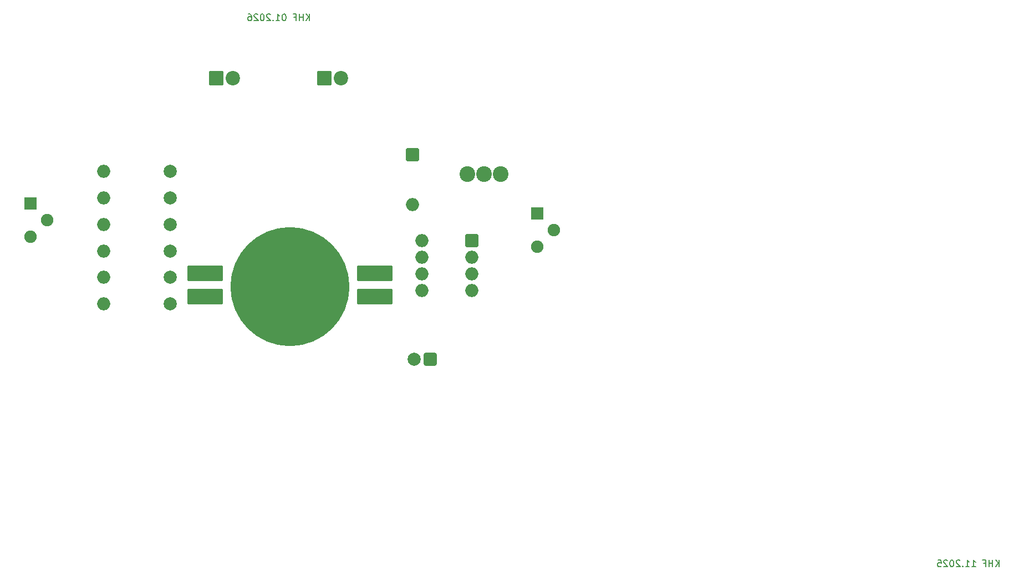
<source format=gbr>
%TF.GenerationSoftware,KiCad,Pcbnew,9.0.6*%
%TF.CreationDate,2026-01-05T12:28:17+01:00*%
%TF.ProjectId,Seegeist,53656567-6569-4737-942e-6b696361645f,rev?*%
%TF.SameCoordinates,Original*%
%TF.FileFunction,Soldermask,Bot*%
%TF.FilePolarity,Negative*%
%FSLAX46Y46*%
G04 Gerber Fmt 4.6, Leading zero omitted, Abs format (unit mm)*
G04 Created by KiCad (PCBNEW 9.0.6) date 2026-01-05 12:28:17*
%MOMM*%
%LPD*%
G01*
G04 APERTURE LIST*
G04 Aperture macros list*
%AMRoundRect*
0 Rectangle with rounded corners*
0 $1 Rounding radius*
0 $2 $3 $4 $5 $6 $7 $8 $9 X,Y pos of 4 corners*
0 Add a 4 corners polygon primitive as box body*
4,1,4,$2,$3,$4,$5,$6,$7,$8,$9,$2,$3,0*
0 Add four circle primitives for the rounded corners*
1,1,$1+$1,$2,$3*
1,1,$1+$1,$4,$5*
1,1,$1+$1,$6,$7*
1,1,$1+$1,$8,$9*
0 Add four rect primitives between the rounded corners*
20,1,$1+$1,$2,$3,$4,$5,0*
20,1,$1+$1,$4,$5,$6,$7,0*
20,1,$1+$1,$6,$7,$8,$9,0*
20,1,$1+$1,$8,$9,$2,$3,0*%
G04 Aperture macros list end*
%ADD10C,0.150000*%
%ADD11C,1.900000*%
%ADD12RoundRect,0.200000X-0.750000X0.750000X-0.750000X-0.750000X0.750000X-0.750000X0.750000X0.750000X0*%
%ADD13C,2.000000*%
%ADD14O,2.000000X2.000000*%
%ADD15RoundRect,0.200000X0.800000X0.800000X-0.800000X0.800000X-0.800000X-0.800000X0.800000X-0.800000X0*%
%ADD16RoundRect,0.312500X0.687500X0.687500X-0.687500X0.687500X-0.687500X-0.687500X0.687500X-0.687500X0*%
%ADD17RoundRect,0.200000X-0.900000X-0.900000X0.900000X-0.900000X0.900000X0.900000X-0.900000X0.900000X0*%
%ADD18C,2.200000*%
%ADD19RoundRect,0.200000X-0.800000X0.800000X-0.800000X-0.800000X0.800000X-0.800000X0.800000X0.800000X0*%
%ADD20C,18.180000*%
%ADD21RoundRect,0.200000X-2.500000X-1.000000X2.500000X-1.000000X2.500000X1.000000X-2.500000X1.000000X0*%
%ADD22C,2.400000*%
G04 APERTURE END LIST*
D10*
X141863220Y-65419819D02*
X141863220Y-64419819D01*
X141291792Y-65419819D02*
X141720363Y-64848390D01*
X141291792Y-64419819D02*
X141863220Y-64991247D01*
X140863220Y-65419819D02*
X140863220Y-64419819D01*
X140863220Y-64896009D02*
X140291792Y-64896009D01*
X140291792Y-65419819D02*
X140291792Y-64419819D01*
X139482268Y-64896009D02*
X139815601Y-64896009D01*
X139815601Y-65419819D02*
X139815601Y-64419819D01*
X139815601Y-64419819D02*
X139339411Y-64419819D01*
X138006077Y-64419819D02*
X137910839Y-64419819D01*
X137910839Y-64419819D02*
X137815601Y-64467438D01*
X137815601Y-64467438D02*
X137767982Y-64515057D01*
X137767982Y-64515057D02*
X137720363Y-64610295D01*
X137720363Y-64610295D02*
X137672744Y-64800771D01*
X137672744Y-64800771D02*
X137672744Y-65038866D01*
X137672744Y-65038866D02*
X137720363Y-65229342D01*
X137720363Y-65229342D02*
X137767982Y-65324580D01*
X137767982Y-65324580D02*
X137815601Y-65372200D01*
X137815601Y-65372200D02*
X137910839Y-65419819D01*
X137910839Y-65419819D02*
X138006077Y-65419819D01*
X138006077Y-65419819D02*
X138101315Y-65372200D01*
X138101315Y-65372200D02*
X138148934Y-65324580D01*
X138148934Y-65324580D02*
X138196553Y-65229342D01*
X138196553Y-65229342D02*
X138244172Y-65038866D01*
X138244172Y-65038866D02*
X138244172Y-64800771D01*
X138244172Y-64800771D02*
X138196553Y-64610295D01*
X138196553Y-64610295D02*
X138148934Y-64515057D01*
X138148934Y-64515057D02*
X138101315Y-64467438D01*
X138101315Y-64467438D02*
X138006077Y-64419819D01*
X136720363Y-65419819D02*
X137291791Y-65419819D01*
X137006077Y-65419819D02*
X137006077Y-64419819D01*
X137006077Y-64419819D02*
X137101315Y-64562676D01*
X137101315Y-64562676D02*
X137196553Y-64657914D01*
X137196553Y-64657914D02*
X137291791Y-64705533D01*
X136291791Y-65324580D02*
X136244172Y-65372200D01*
X136244172Y-65372200D02*
X136291791Y-65419819D01*
X136291791Y-65419819D02*
X136339410Y-65372200D01*
X136339410Y-65372200D02*
X136291791Y-65324580D01*
X136291791Y-65324580D02*
X136291791Y-65419819D01*
X135863220Y-64515057D02*
X135815601Y-64467438D01*
X135815601Y-64467438D02*
X135720363Y-64419819D01*
X135720363Y-64419819D02*
X135482268Y-64419819D01*
X135482268Y-64419819D02*
X135387030Y-64467438D01*
X135387030Y-64467438D02*
X135339411Y-64515057D01*
X135339411Y-64515057D02*
X135291792Y-64610295D01*
X135291792Y-64610295D02*
X135291792Y-64705533D01*
X135291792Y-64705533D02*
X135339411Y-64848390D01*
X135339411Y-64848390D02*
X135910839Y-65419819D01*
X135910839Y-65419819D02*
X135291792Y-65419819D01*
X134672744Y-64419819D02*
X134577506Y-64419819D01*
X134577506Y-64419819D02*
X134482268Y-64467438D01*
X134482268Y-64467438D02*
X134434649Y-64515057D01*
X134434649Y-64515057D02*
X134387030Y-64610295D01*
X134387030Y-64610295D02*
X134339411Y-64800771D01*
X134339411Y-64800771D02*
X134339411Y-65038866D01*
X134339411Y-65038866D02*
X134387030Y-65229342D01*
X134387030Y-65229342D02*
X134434649Y-65324580D01*
X134434649Y-65324580D02*
X134482268Y-65372200D01*
X134482268Y-65372200D02*
X134577506Y-65419819D01*
X134577506Y-65419819D02*
X134672744Y-65419819D01*
X134672744Y-65419819D02*
X134767982Y-65372200D01*
X134767982Y-65372200D02*
X134815601Y-65324580D01*
X134815601Y-65324580D02*
X134863220Y-65229342D01*
X134863220Y-65229342D02*
X134910839Y-65038866D01*
X134910839Y-65038866D02*
X134910839Y-64800771D01*
X134910839Y-64800771D02*
X134863220Y-64610295D01*
X134863220Y-64610295D02*
X134815601Y-64515057D01*
X134815601Y-64515057D02*
X134767982Y-64467438D01*
X134767982Y-64467438D02*
X134672744Y-64419819D01*
X133958458Y-64515057D02*
X133910839Y-64467438D01*
X133910839Y-64467438D02*
X133815601Y-64419819D01*
X133815601Y-64419819D02*
X133577506Y-64419819D01*
X133577506Y-64419819D02*
X133482268Y-64467438D01*
X133482268Y-64467438D02*
X133434649Y-64515057D01*
X133434649Y-64515057D02*
X133387030Y-64610295D01*
X133387030Y-64610295D02*
X133387030Y-64705533D01*
X133387030Y-64705533D02*
X133434649Y-64848390D01*
X133434649Y-64848390D02*
X134006077Y-65419819D01*
X134006077Y-65419819D02*
X133387030Y-65419819D01*
X132529887Y-64419819D02*
X132720363Y-64419819D01*
X132720363Y-64419819D02*
X132815601Y-64467438D01*
X132815601Y-64467438D02*
X132863220Y-64515057D01*
X132863220Y-64515057D02*
X132958458Y-64657914D01*
X132958458Y-64657914D02*
X133006077Y-64848390D01*
X133006077Y-64848390D02*
X133006077Y-65229342D01*
X133006077Y-65229342D02*
X132958458Y-65324580D01*
X132958458Y-65324580D02*
X132910839Y-65372200D01*
X132910839Y-65372200D02*
X132815601Y-65419819D01*
X132815601Y-65419819D02*
X132625125Y-65419819D01*
X132625125Y-65419819D02*
X132529887Y-65372200D01*
X132529887Y-65372200D02*
X132482268Y-65324580D01*
X132482268Y-65324580D02*
X132434649Y-65229342D01*
X132434649Y-65229342D02*
X132434649Y-64991247D01*
X132434649Y-64991247D02*
X132482268Y-64896009D01*
X132482268Y-64896009D02*
X132529887Y-64848390D01*
X132529887Y-64848390D02*
X132625125Y-64800771D01*
X132625125Y-64800771D02*
X132815601Y-64800771D01*
X132815601Y-64800771D02*
X132910839Y-64848390D01*
X132910839Y-64848390D02*
X132958458Y-64896009D01*
X132958458Y-64896009D02*
X133006077Y-64991247D01*
X247182220Y-148819819D02*
X247182220Y-147819819D01*
X246610792Y-148819819D02*
X247039363Y-148248390D01*
X246610792Y-147819819D02*
X247182220Y-148391247D01*
X246182220Y-148819819D02*
X246182220Y-147819819D01*
X246182220Y-148296009D02*
X245610792Y-148296009D01*
X245610792Y-148819819D02*
X245610792Y-147819819D01*
X244801268Y-148296009D02*
X245134601Y-148296009D01*
X245134601Y-148819819D02*
X245134601Y-147819819D01*
X245134601Y-147819819D02*
X244658411Y-147819819D01*
X242991744Y-148819819D02*
X243563172Y-148819819D01*
X243277458Y-148819819D02*
X243277458Y-147819819D01*
X243277458Y-147819819D02*
X243372696Y-147962676D01*
X243372696Y-147962676D02*
X243467934Y-148057914D01*
X243467934Y-148057914D02*
X243563172Y-148105533D01*
X242039363Y-148819819D02*
X242610791Y-148819819D01*
X242325077Y-148819819D02*
X242325077Y-147819819D01*
X242325077Y-147819819D02*
X242420315Y-147962676D01*
X242420315Y-147962676D02*
X242515553Y-148057914D01*
X242515553Y-148057914D02*
X242610791Y-148105533D01*
X241610791Y-148724580D02*
X241563172Y-148772200D01*
X241563172Y-148772200D02*
X241610791Y-148819819D01*
X241610791Y-148819819D02*
X241658410Y-148772200D01*
X241658410Y-148772200D02*
X241610791Y-148724580D01*
X241610791Y-148724580D02*
X241610791Y-148819819D01*
X241182220Y-147915057D02*
X241134601Y-147867438D01*
X241134601Y-147867438D02*
X241039363Y-147819819D01*
X241039363Y-147819819D02*
X240801268Y-147819819D01*
X240801268Y-147819819D02*
X240706030Y-147867438D01*
X240706030Y-147867438D02*
X240658411Y-147915057D01*
X240658411Y-147915057D02*
X240610792Y-148010295D01*
X240610792Y-148010295D02*
X240610792Y-148105533D01*
X240610792Y-148105533D02*
X240658411Y-148248390D01*
X240658411Y-148248390D02*
X241229839Y-148819819D01*
X241229839Y-148819819D02*
X240610792Y-148819819D01*
X239991744Y-147819819D02*
X239896506Y-147819819D01*
X239896506Y-147819819D02*
X239801268Y-147867438D01*
X239801268Y-147867438D02*
X239753649Y-147915057D01*
X239753649Y-147915057D02*
X239706030Y-148010295D01*
X239706030Y-148010295D02*
X239658411Y-148200771D01*
X239658411Y-148200771D02*
X239658411Y-148438866D01*
X239658411Y-148438866D02*
X239706030Y-148629342D01*
X239706030Y-148629342D02*
X239753649Y-148724580D01*
X239753649Y-148724580D02*
X239801268Y-148772200D01*
X239801268Y-148772200D02*
X239896506Y-148819819D01*
X239896506Y-148819819D02*
X239991744Y-148819819D01*
X239991744Y-148819819D02*
X240086982Y-148772200D01*
X240086982Y-148772200D02*
X240134601Y-148724580D01*
X240134601Y-148724580D02*
X240182220Y-148629342D01*
X240182220Y-148629342D02*
X240229839Y-148438866D01*
X240229839Y-148438866D02*
X240229839Y-148200771D01*
X240229839Y-148200771D02*
X240182220Y-148010295D01*
X240182220Y-148010295D02*
X240134601Y-147915057D01*
X240134601Y-147915057D02*
X240086982Y-147867438D01*
X240086982Y-147867438D02*
X239991744Y-147819819D01*
X239277458Y-147915057D02*
X239229839Y-147867438D01*
X239229839Y-147867438D02*
X239134601Y-147819819D01*
X239134601Y-147819819D02*
X238896506Y-147819819D01*
X238896506Y-147819819D02*
X238801268Y-147867438D01*
X238801268Y-147867438D02*
X238753649Y-147915057D01*
X238753649Y-147915057D02*
X238706030Y-148010295D01*
X238706030Y-148010295D02*
X238706030Y-148105533D01*
X238706030Y-148105533D02*
X238753649Y-148248390D01*
X238753649Y-148248390D02*
X239325077Y-148819819D01*
X239325077Y-148819819D02*
X238706030Y-148819819D01*
X237801268Y-147819819D02*
X238277458Y-147819819D01*
X238277458Y-147819819D02*
X238325077Y-148296009D01*
X238325077Y-148296009D02*
X238277458Y-148248390D01*
X238277458Y-148248390D02*
X238182220Y-148200771D01*
X238182220Y-148200771D02*
X237944125Y-148200771D01*
X237944125Y-148200771D02*
X237848887Y-148248390D01*
X237848887Y-148248390D02*
X237801268Y-148296009D01*
X237801268Y-148296009D02*
X237753649Y-148391247D01*
X237753649Y-148391247D02*
X237753649Y-148629342D01*
X237753649Y-148629342D02*
X237801268Y-148724580D01*
X237801268Y-148724580D02*
X237848887Y-148772200D01*
X237848887Y-148772200D02*
X237944125Y-148819819D01*
X237944125Y-148819819D02*
X238182220Y-148819819D01*
X238182220Y-148819819D02*
X238277458Y-148772200D01*
X238277458Y-148772200D02*
X238325077Y-148724580D01*
D11*
%TO.C,Q1*%
X176650000Y-99980000D03*
X179190000Y-97440000D03*
D12*
X176650000Y-94900000D03*
%TD*%
D13*
%TO.C,R6*%
X120610000Y-100600000D03*
D14*
X110450000Y-100600000D03*
%TD*%
D13*
%TO.C,R8*%
X120610000Y-108700000D03*
D14*
X110450000Y-108700000D03*
%TD*%
D13*
%TO.C,R4*%
X120610000Y-88450000D03*
D14*
X110450000Y-88450000D03*
%TD*%
D13*
%TO.C,R7*%
X120610000Y-104650000D03*
D14*
X110450000Y-104650000D03*
%TD*%
D15*
%TO.C,NE555*%
X166670000Y-99010000D03*
D14*
X166670000Y-101550000D03*
X166670000Y-104090000D03*
X166670000Y-106630000D03*
X159050000Y-106630000D03*
X159050000Y-104090000D03*
X159050000Y-101550000D03*
X159050000Y-99010000D03*
%TD*%
D13*
%TO.C,R5*%
X120610000Y-96550000D03*
D14*
X110450000Y-96550000D03*
%TD*%
D13*
%TO.C,R4*%
X120610000Y-92500000D03*
D14*
X110450000Y-92500000D03*
%TD*%
D16*
%TO.C,47uF*%
X160300000Y-117150000D03*
D13*
X157800000Y-117150000D03*
%TD*%
D17*
%TO.C,D2*%
X127580000Y-74252000D03*
D18*
X130120000Y-74252000D03*
%TD*%
D12*
%TO.C,Q2*%
X99261764Y-93346549D03*
D11*
X101801764Y-95886549D03*
X99261764Y-98426549D03*
%TD*%
D17*
%TO.C,D1*%
X144130000Y-74250000D03*
D18*
X146670000Y-74250000D03*
%TD*%
D19*
%TO.C,D3*%
X157550000Y-85900000D03*
D14*
X157550000Y-93520000D03*
%TD*%
D20*
%TO.C,U2*%
X138910000Y-106076000D03*
D21*
X151850000Y-107600000D03*
X151850000Y-104044000D03*
X125956000Y-107600000D03*
X125956000Y-104044000D03*
%TD*%
D22*
%TO.C,S1*%
X171079500Y-88850000D03*
X168539500Y-88850000D03*
X165999500Y-88850000D03*
%TD*%
M02*

</source>
